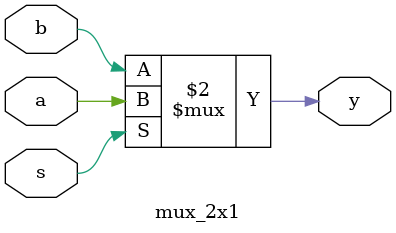
<source format=v>
`timescale 1ns / 1ps


module mux_2x1( output y, input a,b,s);
reg y;
always @ (a or b or s)
begin
y = s? a:b;
end
endmodule



</source>
